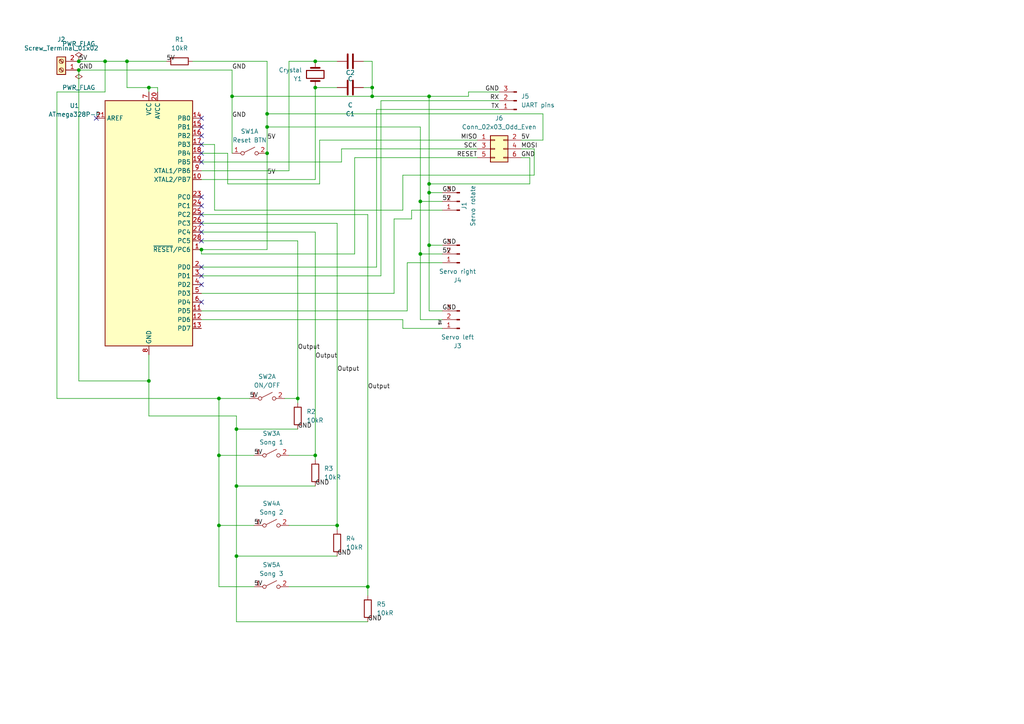
<source format=kicad_sch>
(kicad_sch (version 20250114) (generator "eeschema") (generator_version "9.0")
  (paper "A4")
  (lib_symbols
    (symbol "Connector:Conn_01x03_Pin" (pin_names (offset 1.016) (hide yes))
      (property "Reference" "J" (at 0 5.08 0))
      (property "Value" "Conn_01x03_Pin" (at 0 -5.08 0))
      (symbol "Conn_01x03_Pin_1_1"
        (rectangle (start 0.8636 2.667) (end 0 2.413) (stroke (width 0.1524)) (fill (type outline)))
        (rectangle (start 0.8636 0.127) (end 0 -0.127) (stroke (width 0.1524)) (fill (type outline)))
        (rectangle (start 0.8636 -2.413) (end 0 -2.667) (stroke (width 0.1524)) (fill (type outline)))
        (polyline (pts (xy 1.27 2.54) (xy 0.8636 2.54)) (stroke (width 0.1524)))
        (polyline (pts (xy 1.27 0) (xy 0.8636 0)) (stroke (width 0.1524)))
        (polyline (pts (xy 1.27 -2.54) (xy 0.8636 -2.54)) (stroke (width 0.1524)))
        (pin passive line (at 5.08 2.54 180) (length 3.81) (name "Pin_1") (number "1"))
        (pin passive line (at 5.08 0 180) (length 3.81) (name "Pin_2") (number "2"))
        (pin passive line (at 5.08 -2.54 180) (length 3.81) (name "Pin_3") (number "3"))
      )
    )
    (symbol "Connector:Screw_Terminal_01x02" (pin_names (offset 1.016) (hide yes))
      (property "Reference" "J" (at 0 2.54 0))
      (property "Value" "Screw_Terminal_01x02" (at 0 -5.08 0))
      (symbol "Screw_Terminal_01x02_1_1"
        (rectangle (start -1.27 1.27) (end 1.27 -3.81) (stroke (width 0.254)) (fill (type background)))
        (polyline (pts (xy -0.5334 0.3302) (xy 0.3302 -0.508)) (stroke (width 0.1524)))
        (polyline (pts (xy -0.5334 -2.2098) (xy 0.3302 -3.048)) (stroke (width 0.1524)))
        (polyline (pts (xy -0.3556 0.508) (xy 0.508 -0.3302)) (stroke (width 0.1524)))
        (polyline (pts (xy -0.3556 -2.032) (xy 0.508 -2.8702)) (stroke (width 0.1524)))
        (circle (center 0 0) (radius 0.635) (stroke (width 0.1524)))
        (circle (center 0 -2.54) (radius 0.635) (stroke (width 0.1524)))
        (pin passive line (at -5.08 0 0) (length 3.81) (name "Pin_1") (number "1"))
        (pin passive line (at -5.08 -2.54 0) (length 3.81) (name "Pin_2") (number "2"))
      )
    )
    (symbol "Connector_Generic:Conn_02x03_Odd_Even" (pin_names (offset 1.016) (hide yes))
      (property "Reference" "J" (at 1.27 5.08 0))
      (property "Value" "Conn_02x03_Odd_Even" (at 1.27 -5.08 0))
      (symbol "Conn_02x03_Odd_Even_1_1"
        (rectangle (start -1.27 3.81) (end 3.81 -3.81) (stroke (width 0.254)) (fill (type background)))
        (rectangle (start -1.27 2.667) (end 0 2.413) (stroke (width 0.1524)))
        (rectangle (start -1.27 0.127) (end 0 -0.127) (stroke (width 0.1524)))
        (rectangle (start -1.27 -2.413) (end 0 -2.667) (stroke (width 0.1524)))
        (rectangle (start 3.81 2.667) (end 2.54 2.413) (stroke (width 0.1524)))
        (rectangle (start 3.81 0.127) (end 2.54 -0.127) (stroke (width 0.1524)))
        (rectangle (start 3.81 -2.413) (end 2.54 -2.667) (stroke (width 0.1524)))
        (pin passive line (at -5.08 2.54 0) (length 3.81) (name "Pin_1") (number "1"))
        (pin passive line (at -5.08 0 0) (length 3.81) (name "Pin_3") (number "3"))
        (pin passive line (at -5.08 -2.54 0) (length 3.81) (name "Pin_5") (number "5"))
        (pin passive line (at 7.62 2.54 180) (length 3.81) (name "Pin_2") (number "2"))
        (pin passive line (at 7.62 0 180) (length 3.81) (name "Pin_4") (number "4"))
        (pin passive line (at 7.62 -2.54 180) (length 3.81) (name "Pin_6") (number "6"))
      )
    )
    (symbol "Device:C" (pin_numbers (hide yes)) (pin_names (offset 0.254))
      (property "Reference" "C" (at 0.635 2.54 0))
      (property "Value" "C" (at 0.635 -2.54 0))
      (symbol "C_0_1"
        (polyline (pts (xy -2.032 0.762) (xy 2.032 0.762)) (stroke (width 0.508)))
        (polyline (pts (xy -2.032 -0.762) (xy 2.032 -0.762)) (stroke (width 0.508)))
      )
      (symbol "C_1_1"
        (pin passive line (at 0 3.81 270) (length 2.794) (name "~") (number "1"))
        (pin passive line (at 0 -3.81 90) (length 2.794) (name "~") (number "2"))
      )
    )
    (symbol "Device:Crystal" (pin_numbers (hide yes)) (pin_names (offset 1.016) (hide yes))
      (property "Reference" "Y" (at 0 3.81 0))
      (property "Value" "Crystal" (at 0 -3.81 0))
      (symbol "Crystal_0_1"
        (polyline (pts (xy -2.54 0) (xy -1.905 0)))
        (polyline (pts (xy -1.905 -1.27) (xy -1.905 1.27)) (stroke (width 0.508)))
        (rectangle (start -1.143 2.54) (end 1.143 -2.54) (stroke (width 0.3048)))
        (polyline (pts (xy 1.905 -1.27) (xy 1.905 1.27)) (stroke (width 0.508)))
        (polyline (pts (xy 2.54 0) (xy 1.905 0)))
      )
      (symbol "Crystal_1_1"
        (pin passive line (at -3.81 0 0) (length 1.27) (name "1") (number "1"))
        (pin passive line (at 3.81 0 180) (length 1.27) (name "2") (number "2"))
      )
    )
    (symbol "Device:R" (pin_numbers (hide yes)) (pin_names (offset 0))
      (property "Reference" "R" (at 2.032 0 90))
      (property "Value" "R" (at 0 0 90))
      (symbol "R_0_1"
        (rectangle (start -1.016 -2.54) (end 1.016 2.54) (stroke (width 0.254)))
      )
      (symbol "R_1_1"
        (pin passive line (at 0 3.81 270) (length 1.27) (name "~") (number "1"))
        (pin passive line (at 0 -3.81 90) (length 1.27) (name "~") (number "2"))
      )
    )
    (symbol "MCU_Microchip_ATmega:ATmega328P-P"
      (property "Reference" "U" (at -12.7 36.83 0))
      (property "Value" "ATmega328P-P" (at 2.54 -36.83 0))
      (symbol "ATmega328P-P_0_1"
        (rectangle (start -12.7 -35.56) (end 12.7 35.56) (stroke (width 0.254)) (fill (type background)))
      )
      (symbol "ATmega328P-P_1_1"
        (pin passive line (at -15.24 30.48 0) (length 2.54) (name "AREF") (number "21"))
        (pin power_in line (at 0 38.1 270) (length 2.54) (name "VCC") (number "7"))
        (pin passive line (at 0 -38.1 90) (length 2.54) (hide yes) (name "GND") (number "22"))
        (pin power_in line (at 0 -38.1 90) (length 2.54) (name "GND") (number "8"))
        (pin power_in line (at 2.54 38.1 270) (length 2.54) (name "AVCC") (number "20"))
        (pin bidirectional line (at 15.24 30.48 180) (length 2.54) (name "PB0") (number "14"))
        (pin bidirectional line (at 15.24 27.94 180) (length 2.54) (name "PB1") (number "15"))
        (pin bidirectional line (at 15.24 25.4 180) (length 2.54) (name "PB2") (number "16"))
        (pin bidirectional line (at 15.24 22.86 180) (length 2.54) (name "PB3") (number "17"))
        (pin bidirectional line (at 15.24 20.32 180) (length 2.54) (name "PB4") (number "18"))
        (pin bidirectional line (at 15.24 17.78 180) (length 2.54) (name "PB5") (number "19"))
        (pin bidirectional line (at 15.24 15.24 180) (length 2.54) (name "XTAL1/PB6") (number "9"))
        (pin bidirectional line (at 15.24 12.7 180) (length 2.54) (name "XTAL2/PB7") (number "10"))
        (pin bidirectional line (at 15.24 7.62 180) (length 2.54) (name "PC0") (number "23"))
        (pin bidirectional line (at 15.24 5.08 180) (length 2.54) (name "PC1") (number "24"))
        (pin bidirectional line (at 15.24 2.54 180) (length 2.54) (name "PC2") (number "25"))
        (pin bidirectional line (at 15.24 0 180) (length 2.54) (name "PC3") (number "26"))
        (pin bidirectional line (at 15.24 -2.54 180) (length 2.54) (name "PC4") (number "27"))
        (pin bidirectional line (at 15.24 -5.08 180) (length 2.54) (name "PC5") (number "28"))
        (pin bidirectional line (at 15.24 -7.62 180) (length 2.54) (name "~{RESET}/PC6") (number "1"))
        (pin bidirectional line (at 15.24 -12.7 180) (length 2.54) (name "PD0") (number "2"))
        (pin bidirectional line (at 15.24 -15.24 180) (length 2.54) (name "PD1") (number "3"))
        (pin bidirectional line (at 15.24 -17.78 180) (length 2.54) (name "PD2") (number "4"))
        (pin bidirectional line (at 15.24 -20.32 180) (length 2.54) (name "PD3") (number "5"))
        (pin bidirectional line (at 15.24 -22.86 180) (length 2.54) (name "PD4") (number "6"))
        (pin bidirectional line (at 15.24 -25.4 180) (length 2.54) (name "PD5") (number "11"))
        (pin bidirectional line (at 15.24 -27.94 180) (length 2.54) (name "PD6") (number "12"))
        (pin bidirectional line (at 15.24 -30.48 180) (length 2.54) (name "PD7") (number "13"))
      )
    )
    (symbol "Switch:SW_DPST_x2" (pin_names (offset 0) (hide yes))
      (property "Reference" "SW" (at 0 3.175 0))
      (property "Value" "SW_DPST_x2" (at 0 -2.54 0))
      (symbol "SW_DPST_x2_0_0"
        (circle (center -2.032 0) (radius 0.508))
        (polyline (pts (xy -1.524 0.254) (xy 1.524 1.778)))
        (circle (center 2.032 0) (radius 0.508))
      )
      (symbol "SW_DPST_x2_1_1"
        (pin passive line (at -5.08 0 0) (length 2.54) (name "A") (number "1"))
        (pin passive line (at 5.08 0 180) (length 2.54) (name "B") (number "2"))
      )
      (symbol "SW_DPST_x2_2_1"
        (pin passive line (at -5.08 0 0) (length 2.54) (name "A") (number "3"))
        (pin passive line (at 5.08 0 180) (length 2.54) (name "B") (number "4"))
      )
    )
    (symbol "power:PWR_FLAG" (power) (pin_numbers (hide yes)) (pin_names (offset 0) (hide yes))
      (property "Value" "PWR_FLAG" (at 0 3.81 0))
      (symbol "PWR_FLAG_0_0"
        (pin power_out line (at 0 0 90) (length 0) (name "~") (number "1"))
      )
      (symbol "PWR_FLAG_0_1"
        (polyline (pts (xy 0 0) (xy 0 1.27) (xy -1.016 1.905) (xy 0 2.54) (xy 1.016 1.905) (xy 0 1.27)))
      )
    )
  )
  (junction (at 124.46 71.12))
  (junction (at 43.18 110.49))
  (junction (at 67.31 27.94))
  (junction (at 30.48 17.78))
  (junction (at 91.44 132.08))
  (junction (at 68.58 124.46))
  (junction (at 91.44 17.78))
  (junction (at 77.47 44.45))
  (junction (at 124.46 53.34))
  (junction (at 77.47 36.83))
  (junction (at 106.68 170.18))
  (junction (at 68.58 140.97))
  (junction (at 124.46 55.88))
  (junction (at 77.47 33.02))
  (junction (at 22.86 17.78))
  (junction (at 107.95 25.4))
  (junction (at 63.5 152.4))
  (junction (at 63.5 115.57))
  (junction (at 86.36 115.57))
  (junction (at 36.83 17.78))
  (junction (at 124.46 27.94))
  (junction (at 97.79 152.4))
  (junction (at 43.18 25.4))
  (junction (at 22.86 20.32))
  (junction (at 68.58 161.29))
  (junction (at 58.42 72.39))
  (junction (at 63.5 132.08))
  (junction (at 91.44 25.4))
  (junction (at 121.92 58.42))
  (junction (at 121.92 73.66))
  (junction (at 107.95 27.94))
  (no_connect (at 58.42 80.01))
  (no_connect (at 58.42 41.91))
  (no_connect (at 58.42 34.29))
  (no_connect (at 58.42 36.83))
  (no_connect (at 58.42 69.85))
  (no_connect (at 58.42 67.31))
  (no_connect (at 58.42 87.63))
  (no_connect (at 58.42 39.37))
  (no_connect (at 58.42 64.77))
  (no_connect (at 58.42 77.47))
  (no_connect (at 58.42 46.99))
  (no_connect (at 58.42 57.15))
  (no_connect (at 58.42 62.23))
  (no_connect (at 27.94 34.29))
  (no_connect (at 58.42 59.69))
  (no_connect (at 58.42 82.55))
  (no_connect (at 58.42 44.45))
  (wire (pts (xy 43.18 25.4) (xy 43.18 26.67)))
  (wire (pts (xy 92.71 40.64) (xy 138.43 40.64)))
  (wire (pts (xy 68.58 161.29) (xy 68.58 180.34)))
  (wire (pts (xy 91.44 132.08) (xy 91.44 67.31)))
  (wire (pts (xy 97.79 64.77) (xy 97.79 152.4)))
  (wire (pts (xy 106.68 180.34) (xy 68.58 180.34)))
  (wire (pts (xy 58.42 69.85) (xy 86.36 69.85)))
  (wire (pts (xy 121.92 73.66) (xy 128.27 73.66)))
  (wire (pts (xy 68.58 124.46) (xy 68.58 140.97)))
  (wire (pts (xy 106.68 170.18) (xy 106.68 172.72)))
  (wire (pts (xy 22.86 110.49) (xy 43.18 110.49)))
  (wire (pts (xy 62.23 60.96) (xy 116.84 60.96)))
  (wire (pts (xy 22.86 17.78) (xy 30.48 17.78)))
  (wire (pts (xy 116.84 95.25) (xy 128.27 95.25)))
  (wire (pts (xy 22.86 20.32) (xy 67.31 20.32)))
  (wire (pts (xy 43.18 102.87) (xy 43.18 110.49)))
  (wire (pts (xy 157.48 40.64) (xy 157.48 33.02)))
  (wire (pts (xy 114.3 63.5) (xy 119.38 63.5)))
  (wire (pts (xy 67.31 27.94) (xy 67.31 44.45)))
  (wire (pts (xy 138.43 45.72) (xy 102.87 45.72)))
  (wire (pts (xy 58.42 85.09) (xy 114.3 85.09)))
  (wire (pts (xy 107.95 17.78) (xy 107.95 25.4)))
  (wire (pts (xy 63.5 115.57) (xy 72.39 115.57)))
  (wire (pts (xy 86.36 115.57) (xy 86.36 116.84)))
  (wire (pts (xy 116.84 92.71) (xy 116.84 95.25)))
  (wire (pts (xy 43.18 25.4) (xy 45.72 25.4)))
  (wire (pts (xy 63.5 170.18) (xy 73.66 170.18)))
  (wire (pts (xy 63.5 132.08) (xy 63.5 152.4)))
  (wire (pts (xy 16.51 115.57) (xy 63.5 115.57)))
  (wire (pts (xy 30.48 17.78) (xy 36.83 17.78)))
  (wire (pts (xy 121.92 58.42) (xy 121.92 73.66)))
  (wire (pts (xy 77.47 36.83) (xy 121.92 36.83)))
  (wire (pts (xy 91.44 67.31) (xy 58.42 67.31)))
  (wire (pts (xy 124.46 53.34) (xy 124.46 55.88)))
  (wire (pts (xy 30.48 26.67) (xy 16.51 26.67)))
  (wire (pts (xy 58.42 73.66) (xy 58.42 72.39)))
  (wire (pts (xy 58.42 41.91) (xy 62.23 41.91)))
  (wire (pts (xy 106.68 62.23) (xy 106.68 170.18)))
  (wire (pts (xy 105.41 25.4) (xy 107.95 25.4)))
  (wire (pts (xy 107.95 25.4) (xy 107.95 27.94)))
  (wire (pts (xy 22.86 20.32) (xy 22.86 110.49)))
  (wire (pts (xy 124.46 55.88) (xy 124.46 71.12)))
  (wire (pts (xy 77.47 33.02) (xy 77.47 36.83)))
  (wire (pts (xy 124.46 71.12) (xy 128.27 71.12)))
  (wire (pts (xy 97.79 17.78) (xy 91.44 17.78)))
  (wire (pts (xy 58.42 90.17) (xy 118.11 90.17)))
  (wire (pts (xy 82.55 115.57) (xy 86.36 115.57)))
  (wire (pts (xy 110.49 29.21) (xy 144.78 29.21)))
  (wire (pts (xy 83.82 152.4) (xy 97.79 152.4)))
  (wire (pts (xy 68.58 120.65) (xy 68.58 124.46)))
  (wire (pts (xy 83.82 170.18) (xy 106.68 170.18)))
  (wire (pts (xy 66.04 44.45) (xy 66.04 53.34)))
  (wire (pts (xy 30.48 17.78) (xy 30.48 26.67)))
  (wire (pts (xy 97.79 64.77) (xy 58.42 64.77)))
  (wire (pts (xy 16.51 26.67) (xy 16.51 115.57)))
  (wire (pts (xy 121.92 58.42) (xy 128.27 58.42)))
  (wire (pts (xy 55.88 17.78) (xy 77.47 17.78)))
  (wire (pts (xy 68.58 124.46) (xy 86.36 124.46)))
  (wire (pts (xy 91.44 52.07) (xy 58.42 52.07)))
  (wire (pts (xy 62.23 41.91) (xy 62.23 60.96)))
  (wire (pts (xy 121.92 73.66) (xy 121.92 92.71)))
  (wire (pts (xy 45.72 25.4) (xy 45.72 26.67)))
  (wire (pts (xy 116.84 50.8) (xy 154.94 50.8)))
  (wire (pts (xy 153.67 53.34) (xy 153.67 45.72)))
  (wire (pts (xy 109.22 77.47) (xy 109.22 31.75)))
  (wire (pts (xy 63.5 115.57) (xy 63.5 132.08)))
  (wire (pts (xy 154.94 50.8) (xy 154.94 43.18)))
  (wire (pts (xy 116.84 60.96) (xy 116.84 50.8)))
  (wire (pts (xy 97.79 25.4) (xy 91.44 25.4)))
  (wire (pts (xy 36.83 17.78) (xy 36.83 25.4)))
  (wire (pts (xy 135.89 27.94) (xy 135.89 26.67)))
  (wire (pts (xy 58.42 46.99) (xy 99.06 46.99)))
  (wire (pts (xy 58.42 44.45) (xy 66.04 44.45)))
  (wire (pts (xy 67.31 20.32) (xy 67.31 27.94)))
  (wire (pts (xy 109.22 31.75) (xy 144.78 31.75)))
  (wire (pts (xy 68.58 140.97) (xy 91.44 140.97)))
  (wire (pts (xy 106.68 62.23) (xy 58.42 62.23)))
  (wire (pts (xy 68.58 140.97) (xy 68.58 161.29)))
  (wire (pts (xy 118.11 90.17) (xy 118.11 76.2)))
  (wire (pts (xy 114.3 85.09) (xy 114.3 63.5)))
  (wire (pts (xy 83.82 132.08) (xy 91.44 132.08)))
  (wire (pts (xy 86.36 69.85) (xy 86.36 115.57)))
  (wire (pts (xy 153.67 45.72) (xy 151.13 45.72)))
  (wire (pts (xy 124.46 71.12) (xy 124.46 90.17)))
  (wire (pts (xy 157.48 33.02) (xy 77.47 33.02)))
  (wire (pts (xy 58.42 49.53) (xy 83.82 49.53)))
  (wire (pts (xy 124.46 55.88) (xy 128.27 55.88)))
  (wire (pts (xy 99.06 43.18) (xy 138.43 43.18)))
  (wire (pts (xy 58.42 72.39) (xy 77.47 72.39)))
  (wire (pts (xy 83.82 17.78) (xy 91.44 17.78)))
  (wire (pts (xy 63.5 152.4) (xy 63.5 170.18)))
  (wire (pts (xy 43.18 120.65) (xy 68.58 120.65)))
  (wire (pts (xy 102.87 45.72) (xy 102.87 73.66)))
  (wire (pts (xy 102.87 73.66) (xy 58.42 73.66)))
  (wire (pts (xy 119.38 60.96) (xy 128.27 60.96)))
  (wire (pts (xy 77.47 17.78) (xy 77.47 33.02)))
  (wire (pts (xy 119.38 63.5) (xy 119.38 60.96)))
  (wire (pts (xy 107.95 27.94) (xy 124.46 27.94)))
  (wire (pts (xy 63.5 132.08) (xy 73.66 132.08)))
  (wire (pts (xy 43.18 110.49) (xy 43.18 120.65)))
  (wire (pts (xy 83.82 17.78) (xy 83.82 49.53)))
  (wire (pts (xy 121.92 92.71) (xy 128.27 92.71)))
  (wire (pts (xy 77.47 36.83) (xy 77.47 44.45)))
  (wire (pts (xy 124.46 27.94) (xy 124.46 53.34)))
  (wire (pts (xy 58.42 92.71) (xy 116.84 92.71)))
  (wire (pts (xy 99.06 46.99) (xy 99.06 43.18)))
  (wire (pts (xy 77.47 44.45) (xy 77.47 72.39)))
  (wire (pts (xy 58.42 77.47) (xy 109.22 77.47)))
  (wire (pts (xy 36.83 25.4) (xy 43.18 25.4)))
  (wire (pts (xy 97.79 152.4) (xy 97.79 153.67)))
  (wire (pts (xy 36.83 17.78) (xy 48.26 17.78)))
  (wire (pts (xy 110.49 80.01) (xy 110.49 29.21)))
  (wire (pts (xy 66.04 53.34) (xy 92.71 53.34)))
  (wire (pts (xy 67.31 27.94) (xy 107.95 27.94)))
  (wire (pts (xy 63.5 152.4) (xy 73.66 152.4)))
  (wire (pts (xy 118.11 76.2) (xy 128.27 76.2)))
  (wire (pts (xy 154.94 43.18) (xy 151.13 43.18)))
  (wire (pts (xy 91.44 132.08) (xy 91.44 133.35)))
  (wire (pts (xy 58.42 80.01) (xy 110.49 80.01)))
  (wire (pts (xy 121.92 36.83) (xy 121.92 58.42)))
  (wire (pts (xy 124.46 90.17) (xy 128.27 90.17)))
  (wire (pts (xy 68.58 161.29) (xy 97.79 161.29)))
  (wire (pts (xy 92.71 53.34) (xy 92.71 40.64)))
  (wire (pts (xy 91.44 25.4) (xy 91.44 52.07)))
  (wire (pts (xy 124.46 53.34) (xy 153.67 53.34)))
  (wire (pts (xy 124.46 27.94) (xy 135.89 27.94)))
  (wire (pts (xy 135.89 26.67) (xy 144.78 26.67)))
  (wire (pts (xy 105.41 17.78) (xy 107.95 17.78)))
  (wire (pts (xy 151.13 40.64) (xy 157.48 40.64)))
  (label "5V" (at 72.39 115.57 0))
  (label "5V" (at 73.66 170.18 0))
  (label "5V" (at 22.86 17.78 0))
  (label "RESET" (at 138.43 45.72 180))
  (label "5V" (at 73.66 152.4 0))
  (label "5V" (at 151.13 40.64 0))
  (label "MOSI" (at 151.13 43.18 0))
  (label "GND" (at 67.31 20.32 0))
  (label "RX" (at 144.78 29.21 180))
  (label "GND" (at 106.68 180.34 0))
  (label "5V" (at 128.27 73.66 0))
  (label "GND" (at 67.31 34.29 0))
  (label "GND" (at 128.27 71.12 0))
  (label "GND" (at 128.27 90.17 0))
  (label "Output" (at 106.68 113.03 0))
  (label "Output" (at 97.79 107.95 0))
  (label "Output" (at 91.44 104.14 0))
  (label "Output" (at 86.36 101.6 0))
  (label "GND" (at 128.27 55.88 0))
  (label "GND" (at 97.79 161.29 0))
  (label "GND" (at 151.13 45.72 0))
  (label "GND" (at 144.78 26.67 180))
  (label "5V" (at 77.47 50.8 0))
  (label "GND" (at 86.36 124.46 0))
  (label "GND" (at 91.44 140.97 0))
  (label "5V" (at 77.47 40.64 0))
  (label "SCK" (at 138.43 43.18 180))
  (label "5V" (at 73.66 132.08 0))
  (label "TX" (at 144.78 31.75 180))
  (label "MISO" (at 138.43 40.64 180))
  (label "5V" (at 48.26 17.78 0))
  (label "5V" (at 128.27 58.42 0))
  (label "GND" (at 22.86 20.32 0))
  (label "5V" (at 128.27 92.71 270) (effects (font (size 0.762 0.762))))
  (symbol (lib_id "Switch:SW_DPST_x2") (at 77.47 115.57 0) (unit 1)
    (property "Reference" "SW2" (at 77.47 109.22 0))
    (property "Value" "ON/OFF" (at 77.47 111.76 0))
    (property "Footprint" "Button_Switch_THT:SW_PUSH_6mm_H7.3mm" (effects (hide yes)))
  )
  (symbol (lib_id "Switch:SW_DPST_x2") (at 78.74 132.08 0) (unit 1)
    (property "Reference" "SW3" (at 78.74 125.73 0))
    (property "Value" "Song 1" (at 78.74 128.27 0))
    (property "Footprint" "Button_Switch_THT:SW_PUSH_6mm_H7.3mm" (effects (hide yes)))
  )
  (symbol (lib_id "Connector:Conn_01x03_Pin") (at 149.86 29.21 180) (unit 1)
    (property "Reference" "J5" (at 151.13 27.9399 0) (effects (justify right)))
    (property "Value" "UART pins" (at 151.13 30.4799 0) (effects (justify right)))
    (property "Footprint" "Connector_PinHeader_2.54mm:PinHeader_1x03_P2.54mm_Vertical" (effects (hide yes)))
    (property "Description" "Generic connector, single row, 01x03, script generated" (effects (hide yes)))
  )
  (symbol (lib_id "Device:R") (at 106.68 176.53 180) (unit 1)
    (property "Reference" "R5" (at 109.22 175.2599 0) (effects (justify right)))
    (property "Value" "10kR" (at 109.22 177.7999 0) (effects (justify right)))
    (property "Footprint" "Resistor_THT:R_Axial_DIN0204_L3.6mm_D1.6mm_P1.90mm_Vertical" (effects (hide yes)))
  )
  (symbol (lib_id "power:PWR_FLAG") (at 22.86 17.78 0) (unit 1)
    (property "Reference" "#FLG02" (effects (hide yes)))
    (property "Value" "PWR_FLAG" (at 22.86 12.7 0))
    (property "Description" "Special symbol for telling ERC where power comes from" (effects (hide yes)))
  )
  (symbol (lib_id "Switch:SW_DPST_x2") (at 78.74 170.18 0) (unit 1)
    (property "Reference" "SW5" (at 78.74 163.83 0))
    (property "Value" "Song 3" (at 78.74 166.37 0))
    (property "Footprint" "Button_Switch_THT:SW_PUSH_6mm_H7.3mm" (effects (hide yes)))
  )
  (symbol (lib_id "Device:C") (at 101.6 17.78 270) (unit 1)
    (property "Reference" "C2" (at 101.6 21.082 90))
    (property "Value" "C" (at 101.6 22.86 90))
    (property "Footprint" "Capacitor_THT:C_Disc_D3.0mm_W2.0mm_P2.50mm" (effects (hide yes)))
    (property "Description" "Unpolarized capacitor" (effects (hide yes)))
  )
  (symbol (lib_id "Device:R") (at 97.79 157.48 180) (unit 1)
    (property "Reference" "R4" (at 100.33 156.2099 0) (effects (justify right)))
    (property "Value" "10kR" (at 100.33 158.7499 0) (effects (justify right)))
    (property "Footprint" "Resistor_THT:R_Axial_DIN0204_L3.6mm_D1.6mm_P1.90mm_Vertical" (effects (hide yes)))
  )
  (symbol (lib_id "Connector:Screw_Terminal_01x02") (at 17.78 20.32 180) (unit 1)
    (property "Reference" "J2" (at 17.78 11.43 0))
    (property "Value" "Screw_Terminal_01x02" (at 17.78 13.97 0))
    (property "Footprint" "TerminalBlock_Phoenix:TerminalBlock_Phoenix_MKDS-1,5-2_1x02_P5.00mm_Horizontal" (effects (hide yes)))
  )
  (symbol (lib_id "Device:R") (at 86.36 120.65 180) (unit 1)
    (property "Reference" "R2" (at 88.9 119.3799 0) (effects (justify right)))
    (property "Value" "10kR" (at 88.9 121.9199 0) (effects (justify right)))
    (property "Footprint" "Resistor_THT:R_Axial_DIN0204_L3.6mm_D1.6mm_P1.90mm_Vertical" (effects (hide yes)))
  )
  (symbol (lib_id "Connector:Conn_01x03_Pin") (at 133.35 73.66 180) (unit 1)
    (property "Reference" "J4" (at 132.715 81.28 0))
    (property "Value" "Servo right" (at 132.715 78.74 0))
    (property "Footprint" "Connector_PinHeader_2.54mm:PinHeader_1x03_P2.54mm_Vertical" (effects (hide yes)))
  )
  (symbol (lib_id "Device:R") (at 52.07 17.78 90) (unit 1)
    (property "Reference" "R1" (at 52.07 11.43 90))
    (property "Value" "10kR" (at 52.07 13.97 90))
    (property "Footprint" "Resistor_THT:R_Axial_DIN0204_L3.6mm_D1.6mm_P1.90mm_Vertical" (effects (hide yes)))
  )
  (symbol (lib_id "Connector:Conn_01x03_Pin") (at 133.35 92.71 180) (unit 1)
    (property "Reference" "J3" (at 132.715 100.33 0))
    (property "Value" "Servo left" (at 132.715 97.79 0))
    (property "Footprint" "Connector_PinHeader_2.54mm:PinHeader_1x03_P2.54mm_Vertical" (effects (hide yes)))
  )
  (symbol (lib_id "power:PWR_FLAG") (at 22.86 20.32 180) (unit 1)
    (property "Reference" "#FLG01" (effects (hide yes)))
    (property "Value" "PWR_FLAG" (at 22.86 25.4 0))
    (property "Description" "Special symbol for telling ERC where power comes from" (effects (hide yes)))
  )
  (symbol (lib_id "Connector_Generic:Conn_02x03_Odd_Even") (at 143.51 43.18 0) (unit 1)
    (property "Reference" "J6" (at 144.78 34.29 0))
    (property "Value" "Conn_02x03_Odd_Even" (at 144.78 36.83 0))
    (property "Footprint" "Connector_PinHeader_2.54mm:PinHeader_2x03_P2.54mm_Vertical" (effects (hide yes)))
    (property "Description" "Generic connector, double row, 02x03, odd/even pin numbering scheme (row 1 odd numbers, row 2 even numbers), script generated (kicad-library-utils/schlib/autogen/connector/)" (effects (hide yes)))
  )
  (symbol (lib_id "Connector:Conn_01x03_Pin") (at 133.35 58.42 180) (unit 1)
    (property "Reference" "J1" (at 134.62 59.69 90))
    (property "Value" "Servo rotate" (at 137.16 59.69 90))
    (property "Footprint" "Connector_PinHeader_2.54mm:PinHeader_1x03_P2.54mm_Vertical" (effects (hide yes)))
  )
  (symbol (lib_id "Device:Crystal") (at 91.44 21.59 270) (unit 1)
    (property "Reference" "Y1" (at 87.63 22.8601 90) (effects (justify right)))
    (property "Value" "Crystal" (at 87.63 20.3201 90) (effects (justify right)))
    (property "Footprint" "Crystal:Crystal_HC49-4H_Vertical" (effects (hide yes)))
    (property "Description" "Two pin crystal" (effects (hide yes)))
  )
  (symbol (lib_id "MCU_Microchip_ATmega:ATmega328P-P") (at 43.18 64.77 0) (unit 1)
    (property "Reference" "U1" (at 21.59 30.6421 0))
    (property "Value" "ATmega328P-P" (at 21.59 33.1821 0))
    (property "Footprint" "Package_DIP:DIP-28_W7.62mm_Socket" (effects (hide yes)))
    (property "Datasheet" "http://ww1.microchip.com/downloads/en/DeviceDoc/ATmega328_P%20AVR%20MCU%20with%20picoPower%20Technology%20Data%20Sheet%2040001984A.pdf" (effects (hide yes)))
  )
  (symbol (lib_id "Switch:SW_DPST_x2") (at 72.39 44.45 0) (unit 1)
    (property "Reference" "SW1" (at 72.39 38.1 0))
    (property "Value" "Reset BTN" (at 72.39 40.64 0))
    (property "Footprint" "Button_Switch_THT:SW_PUSH_6mm_H7.3mm" (effects (hide yes)))
  )
  (symbol (lib_id "Device:R") (at 91.44 137.16 180) (unit 1)
    (property "Reference" "R3" (at 93.98 135.8899 0) (effects (justify right)))
    (property "Value" "10kR" (at 93.98 138.4299 0) (effects (justify right)))
    (property "Footprint" "Resistor_THT:R_Axial_DIN0204_L3.6mm_D1.6mm_P1.90mm_Vertical" (effects (hide yes)))
  )
  (symbol (lib_id "Switch:SW_DPST_x2") (at 78.74 152.4 0) (unit 1)
    (property "Reference" "SW4" (at 78.74 146.05 0))
    (property "Value" "Song 2" (at 78.74 148.59 0))
    (property "Footprint" "Button_Switch_THT:SW_PUSH_6mm_H7.3mm" (effects (hide yes)))
  )
  (symbol (lib_id "Device:C") (at 101.6 25.4 270) (unit 1)
    (property "Reference" "C1" (at 101.6 33.02 90))
    (property "Value" "C" (at 101.6 30.48 90))
    (property "Footprint" "Capacitor_THT:C_Disc_D3.0mm_W2.0mm_P2.50mm" (effects (hide yes)))
    (property "Description" "Unpolarized capacitor" (effects (hide yes)))
  )
)
</source>
